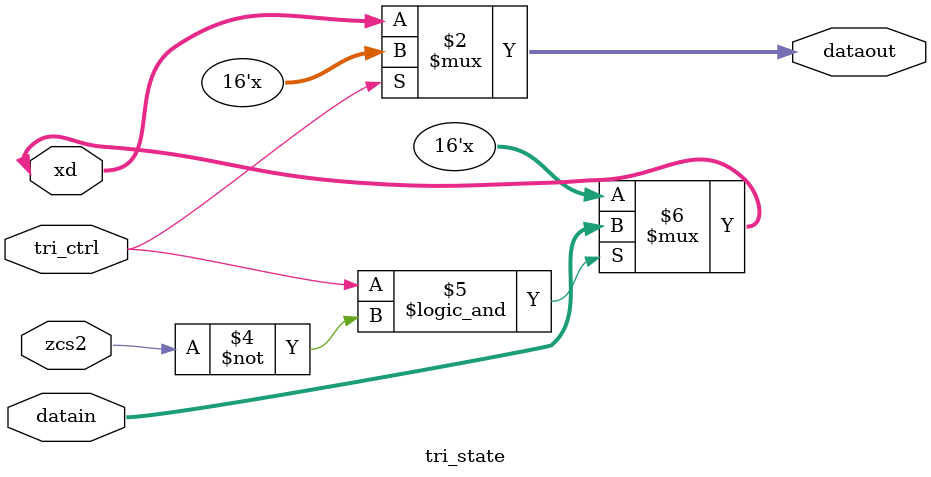
<source format=v>

module tri_state(
                 tri_ctrl,
                 zcs2,
                 xd,
                 dataout,
                 datain
                 );

inout [15:0] xd;

input [15:0] datain;
input tri_ctrl;
input zcs2;
output [15:0] dataout;

assign dataout = (!tri_ctrl)? xd:16'hzzzz;
assign xd = ((tri_ctrl==1)&&(zcs2==0))?datain:16'hzzzz;


endmodule
</source>
